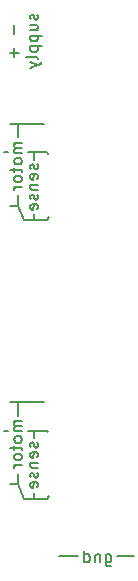
<source format=gbo>
G04 #@! TF.GenerationSoftware,KiCad,Pcbnew,(6.0.2)*
G04 #@! TF.CreationDate,2023-01-29T12:52:02-08:00*
G04 #@! TF.ProjectId,ripplecounter,72697070-6c65-4636-9f75-6e7465722e6b,rev?*
G04 #@! TF.SameCoordinates,Original*
G04 #@! TF.FileFunction,Legend,Bot*
G04 #@! TF.FilePolarity,Positive*
%FSLAX46Y46*%
G04 Gerber Fmt 4.6, Leading zero omitted, Abs format (unit mm)*
G04 Created by KiCad (PCBNEW (6.0.2)) date 2023-01-29 12:52:02*
%MOMM*%
%LPD*%
G01*
G04 APERTURE LIST*
%ADD10C,0.150000*%
%ADD11C,1.500000*%
%ADD12R,2.410000X3.100000*%
%ADD13C,2.000000*%
%ADD14R,1.600000X1.600000*%
%ADD15C,1.600000*%
%ADD16C,2.200000*%
%ADD17O,1.700000X1.700000*%
%ADD18R,1.700000X1.700000*%
%ADD19O,1.800000X1.800000*%
%ADD20O,1.500000X1.500000*%
%ADD21R,2.400000X2.400000*%
%ADD22C,2.400000*%
G04 APERTURE END LIST*
D10*
X59250000Y-103550000D02*
X60850000Y-103550000D01*
X65600000Y-103550000D02*
X64150000Y-103550000D01*
X63195119Y-103385714D02*
X63195119Y-104195238D01*
X63242738Y-104290476D01*
X63290357Y-104338095D01*
X63385595Y-104385714D01*
X63528452Y-104385714D01*
X63623690Y-104338095D01*
X63195119Y-104004761D02*
X63290357Y-104052380D01*
X63480833Y-104052380D01*
X63576071Y-104004761D01*
X63623690Y-103957142D01*
X63671309Y-103861904D01*
X63671309Y-103576190D01*
X63623690Y-103480952D01*
X63576071Y-103433333D01*
X63480833Y-103385714D01*
X63290357Y-103385714D01*
X63195119Y-103433333D01*
X62718928Y-103385714D02*
X62718928Y-104052380D01*
X62718928Y-103480952D02*
X62671309Y-103433333D01*
X62576071Y-103385714D01*
X62433214Y-103385714D01*
X62337976Y-103433333D01*
X62290357Y-103528571D01*
X62290357Y-104052380D01*
X61385595Y-104052380D02*
X61385595Y-103052380D01*
X61385595Y-104004761D02*
X61480833Y-104052380D01*
X61671309Y-104052380D01*
X61766547Y-104004761D01*
X61814166Y-103957142D01*
X61861785Y-103861904D01*
X61861785Y-103576190D01*
X61814166Y-103480952D01*
X61766547Y-103433333D01*
X61671309Y-103385714D01*
X61480833Y-103385714D01*
X61385595Y-103433333D01*
X55800000Y-73850000D02*
X55100000Y-73850000D01*
X57150000Y-74600000D02*
X57150000Y-75050000D01*
X57150000Y-69950000D02*
X57150000Y-69300000D01*
X58200000Y-75050000D02*
X58400000Y-74850000D01*
X58200000Y-69300000D02*
X58350000Y-69450000D01*
X55800000Y-72950000D02*
X55800000Y-73850000D01*
X55800000Y-68050000D02*
X55800000Y-66900000D01*
X57150000Y-75050000D02*
X58200000Y-75050000D01*
X55800000Y-66900000D02*
X55100000Y-66900000D01*
X57150000Y-69300000D02*
X58200000Y-69300000D01*
X57150000Y-69300000D02*
X56650000Y-69300000D01*
X54600000Y-69300000D02*
X54950000Y-69300000D01*
X55800000Y-66900000D02*
X57950000Y-66900000D01*
X57200000Y-75050000D02*
X56250000Y-75050000D01*
X56250000Y-75050000D02*
X55800000Y-73850000D01*
X54600000Y-92900000D02*
X54950000Y-92900000D01*
X57150000Y-92900000D02*
X56650000Y-92900000D01*
X56250000Y-98650000D02*
X55800000Y-97450000D01*
X57200000Y-98650000D02*
X56250000Y-98650000D01*
X55800000Y-90500000D02*
X57950000Y-90500000D01*
X58200000Y-98650000D02*
X58400000Y-98450000D01*
X57150000Y-92900000D02*
X58200000Y-92900000D01*
X58200000Y-92900000D02*
X58350000Y-93050000D01*
X57150000Y-98650000D02*
X58200000Y-98650000D01*
X56102380Y-92107261D02*
X55435714Y-92107261D01*
X55530952Y-92107261D02*
X55483333Y-92154880D01*
X55435714Y-92250119D01*
X55435714Y-92392976D01*
X55483333Y-92488214D01*
X55578571Y-92535833D01*
X56102380Y-92535833D01*
X55578571Y-92535833D02*
X55483333Y-92583452D01*
X55435714Y-92678690D01*
X55435714Y-92821547D01*
X55483333Y-92916785D01*
X55578571Y-92964404D01*
X56102380Y-92964404D01*
X56102380Y-93583452D02*
X56054761Y-93488214D01*
X56007142Y-93440595D01*
X55911904Y-93392976D01*
X55626190Y-93392976D01*
X55530952Y-93440595D01*
X55483333Y-93488214D01*
X55435714Y-93583452D01*
X55435714Y-93726309D01*
X55483333Y-93821547D01*
X55530952Y-93869166D01*
X55626190Y-93916785D01*
X55911904Y-93916785D01*
X56007142Y-93869166D01*
X56054761Y-93821547D01*
X56102380Y-93726309D01*
X56102380Y-93583452D01*
X55435714Y-94202500D02*
X55435714Y-94583452D01*
X55102380Y-94345357D02*
X55959523Y-94345357D01*
X56054761Y-94392976D01*
X56102380Y-94488214D01*
X56102380Y-94583452D01*
X56102380Y-95059642D02*
X56054761Y-94964404D01*
X56007142Y-94916785D01*
X55911904Y-94869166D01*
X55626190Y-94869166D01*
X55530952Y-94916785D01*
X55483333Y-94964404D01*
X55435714Y-95059642D01*
X55435714Y-95202500D01*
X55483333Y-95297738D01*
X55530952Y-95345357D01*
X55626190Y-95392976D01*
X55911904Y-95392976D01*
X56007142Y-95345357D01*
X56054761Y-95297738D01*
X56102380Y-95202500D01*
X56102380Y-95059642D01*
X56102380Y-95821547D02*
X55435714Y-95821547D01*
X55626190Y-95821547D02*
X55530952Y-95869166D01*
X55483333Y-95916785D01*
X55435714Y-96012023D01*
X55435714Y-96107261D01*
X55800000Y-96550000D02*
X55800000Y-97450000D01*
X55800000Y-90500000D02*
X55100000Y-90500000D01*
X55800000Y-91650000D02*
X55800000Y-90500000D01*
X57150000Y-93550000D02*
X57150000Y-92900000D01*
X57150000Y-98200000D02*
X57150000Y-98650000D01*
X55800000Y-97450000D02*
X55100000Y-97450000D01*
X57404761Y-93904880D02*
X57452380Y-94000119D01*
X57452380Y-94190595D01*
X57404761Y-94285833D01*
X57309523Y-94333452D01*
X57261904Y-94333452D01*
X57166666Y-94285833D01*
X57119047Y-94190595D01*
X57119047Y-94047738D01*
X57071428Y-93952500D01*
X56976190Y-93904880D01*
X56928571Y-93904880D01*
X56833333Y-93952500D01*
X56785714Y-94047738D01*
X56785714Y-94190595D01*
X56833333Y-94285833D01*
X57404761Y-95142976D02*
X57452380Y-95047738D01*
X57452380Y-94857261D01*
X57404761Y-94762023D01*
X57309523Y-94714404D01*
X56928571Y-94714404D01*
X56833333Y-94762023D01*
X56785714Y-94857261D01*
X56785714Y-95047738D01*
X56833333Y-95142976D01*
X56928571Y-95190595D01*
X57023809Y-95190595D01*
X57119047Y-94714404D01*
X56785714Y-95619166D02*
X57452380Y-95619166D01*
X56880952Y-95619166D02*
X56833333Y-95666785D01*
X56785714Y-95762023D01*
X56785714Y-95904880D01*
X56833333Y-96000119D01*
X56928571Y-96047738D01*
X57452380Y-96047738D01*
X57404761Y-96476309D02*
X57452380Y-96571547D01*
X57452380Y-96762023D01*
X57404761Y-96857261D01*
X57309523Y-96904880D01*
X57261904Y-96904880D01*
X57166666Y-96857261D01*
X57119047Y-96762023D01*
X57119047Y-96619166D01*
X57071428Y-96523928D01*
X56976190Y-96476309D01*
X56928571Y-96476309D01*
X56833333Y-96523928D01*
X56785714Y-96619166D01*
X56785714Y-96762023D01*
X56833333Y-96857261D01*
X57404761Y-97714404D02*
X57452380Y-97619166D01*
X57452380Y-97428690D01*
X57404761Y-97333452D01*
X57309523Y-97285833D01*
X56928571Y-97285833D01*
X56833333Y-97333452D01*
X56785714Y-97428690D01*
X56785714Y-97619166D01*
X56833333Y-97714404D01*
X56928571Y-97762023D01*
X57023809Y-97762023D01*
X57119047Y-97285833D01*
X57404761Y-70354880D02*
X57452380Y-70450119D01*
X57452380Y-70640595D01*
X57404761Y-70735833D01*
X57309523Y-70783452D01*
X57261904Y-70783452D01*
X57166666Y-70735833D01*
X57119047Y-70640595D01*
X57119047Y-70497738D01*
X57071428Y-70402500D01*
X56976190Y-70354880D01*
X56928571Y-70354880D01*
X56833333Y-70402500D01*
X56785714Y-70497738D01*
X56785714Y-70640595D01*
X56833333Y-70735833D01*
X57404761Y-71592976D02*
X57452380Y-71497738D01*
X57452380Y-71307261D01*
X57404761Y-71212023D01*
X57309523Y-71164404D01*
X56928571Y-71164404D01*
X56833333Y-71212023D01*
X56785714Y-71307261D01*
X56785714Y-71497738D01*
X56833333Y-71592976D01*
X56928571Y-71640595D01*
X57023809Y-71640595D01*
X57119047Y-71164404D01*
X56785714Y-72069166D02*
X57452380Y-72069166D01*
X56880952Y-72069166D02*
X56833333Y-72116785D01*
X56785714Y-72212023D01*
X56785714Y-72354880D01*
X56833333Y-72450119D01*
X56928571Y-72497738D01*
X57452380Y-72497738D01*
X57404761Y-72926309D02*
X57452380Y-73021547D01*
X57452380Y-73212023D01*
X57404761Y-73307261D01*
X57309523Y-73354880D01*
X57261904Y-73354880D01*
X57166666Y-73307261D01*
X57119047Y-73212023D01*
X57119047Y-73069166D01*
X57071428Y-72973928D01*
X56976190Y-72926309D01*
X56928571Y-72926309D01*
X56833333Y-72973928D01*
X56785714Y-73069166D01*
X56785714Y-73212023D01*
X56833333Y-73307261D01*
X57404761Y-74164404D02*
X57452380Y-74069166D01*
X57452380Y-73878690D01*
X57404761Y-73783452D01*
X57309523Y-73735833D01*
X56928571Y-73735833D01*
X56833333Y-73783452D01*
X56785714Y-73878690D01*
X56785714Y-74069166D01*
X56833333Y-74164404D01*
X56928571Y-74212023D01*
X57023809Y-74212023D01*
X57119047Y-73735833D01*
X56102380Y-68557261D02*
X55435714Y-68557261D01*
X55530952Y-68557261D02*
X55483333Y-68604880D01*
X55435714Y-68700119D01*
X55435714Y-68842976D01*
X55483333Y-68938214D01*
X55578571Y-68985833D01*
X56102380Y-68985833D01*
X55578571Y-68985833D02*
X55483333Y-69033452D01*
X55435714Y-69128690D01*
X55435714Y-69271547D01*
X55483333Y-69366785D01*
X55578571Y-69414404D01*
X56102380Y-69414404D01*
X56102380Y-70033452D02*
X56054761Y-69938214D01*
X56007142Y-69890595D01*
X55911904Y-69842976D01*
X55626190Y-69842976D01*
X55530952Y-69890595D01*
X55483333Y-69938214D01*
X55435714Y-70033452D01*
X55435714Y-70176309D01*
X55483333Y-70271547D01*
X55530952Y-70319166D01*
X55626190Y-70366785D01*
X55911904Y-70366785D01*
X56007142Y-70319166D01*
X56054761Y-70271547D01*
X56102380Y-70176309D01*
X56102380Y-70033452D01*
X55435714Y-70652500D02*
X55435714Y-71033452D01*
X55102380Y-70795357D02*
X55959523Y-70795357D01*
X56054761Y-70842976D01*
X56102380Y-70938214D01*
X56102380Y-71033452D01*
X56102380Y-71509642D02*
X56054761Y-71414404D01*
X56007142Y-71366785D01*
X55911904Y-71319166D01*
X55626190Y-71319166D01*
X55530952Y-71366785D01*
X55483333Y-71414404D01*
X55435714Y-71509642D01*
X55435714Y-71652500D01*
X55483333Y-71747738D01*
X55530952Y-71795357D01*
X55626190Y-71842976D01*
X55911904Y-71842976D01*
X56007142Y-71795357D01*
X56054761Y-71747738D01*
X56102380Y-71652500D01*
X56102380Y-71509642D01*
X56102380Y-72271547D02*
X55435714Y-72271547D01*
X55626190Y-72271547D02*
X55530952Y-72319166D01*
X55483333Y-72366785D01*
X55435714Y-72462023D01*
X55435714Y-72557261D01*
X55466428Y-58519047D02*
X55466428Y-59280952D01*
X55466428Y-60519047D02*
X55466428Y-61280952D01*
X55847380Y-60900000D02*
X55085476Y-60900000D01*
X57409761Y-57685714D02*
X57457380Y-57780952D01*
X57457380Y-57971428D01*
X57409761Y-58066666D01*
X57314523Y-58114285D01*
X57266904Y-58114285D01*
X57171666Y-58066666D01*
X57124047Y-57971428D01*
X57124047Y-57828571D01*
X57076428Y-57733333D01*
X56981190Y-57685714D01*
X56933571Y-57685714D01*
X56838333Y-57733333D01*
X56790714Y-57828571D01*
X56790714Y-57971428D01*
X56838333Y-58066666D01*
X56790714Y-58971428D02*
X57457380Y-58971428D01*
X56790714Y-58542857D02*
X57314523Y-58542857D01*
X57409761Y-58590476D01*
X57457380Y-58685714D01*
X57457380Y-58828571D01*
X57409761Y-58923809D01*
X57362142Y-58971428D01*
X56790714Y-59447619D02*
X57790714Y-59447619D01*
X56838333Y-59447619D02*
X56790714Y-59542857D01*
X56790714Y-59733333D01*
X56838333Y-59828571D01*
X56885952Y-59876190D01*
X56981190Y-59923809D01*
X57266904Y-59923809D01*
X57362142Y-59876190D01*
X57409761Y-59828571D01*
X57457380Y-59733333D01*
X57457380Y-59542857D01*
X57409761Y-59447619D01*
X56790714Y-60352380D02*
X57790714Y-60352380D01*
X56838333Y-60352380D02*
X56790714Y-60447619D01*
X56790714Y-60638095D01*
X56838333Y-60733333D01*
X56885952Y-60780952D01*
X56981190Y-60828571D01*
X57266904Y-60828571D01*
X57362142Y-60780952D01*
X57409761Y-60733333D01*
X57457380Y-60638095D01*
X57457380Y-60447619D01*
X57409761Y-60352380D01*
X57457380Y-61400000D02*
X57409761Y-61304761D01*
X57314523Y-61257142D01*
X56457380Y-61257142D01*
X56790714Y-61685714D02*
X57457380Y-61923809D01*
X56790714Y-62161904D02*
X57457380Y-61923809D01*
X57695476Y-61828571D01*
X57743095Y-61780952D01*
X57790714Y-61685714D01*
%LPC*%
D11*
X69765000Y-91385000D03*
D12*
X69765000Y-90635000D03*
D11*
X69765000Y-89885000D03*
X69765000Y-67785000D03*
D12*
X69765000Y-67035000D03*
D11*
X69765000Y-66285000D03*
D13*
X59215000Y-61550000D03*
D14*
X65300000Y-83596250D03*
D15*
X65300000Y-80096250D03*
D13*
X59215000Y-90500000D03*
X57950000Y-103600000D03*
X59215000Y-73900000D03*
D14*
X65300000Y-59996250D03*
D15*
X65300000Y-56496250D03*
D16*
X129000000Y-53000000D03*
D17*
X111160000Y-56125000D03*
D18*
X113700000Y-56125000D03*
D17*
X116240000Y-56125000D03*
X104810000Y-104155000D03*
X104810000Y-101615000D03*
D18*
X104810000Y-99075000D03*
D17*
X104810000Y-96535000D03*
X104810000Y-93995000D03*
X104810000Y-91455000D03*
X104810000Y-88915000D03*
D18*
X104810000Y-86375000D03*
D17*
X104810000Y-83835000D03*
X104810000Y-81295000D03*
X104810000Y-78755000D03*
X104810000Y-76215000D03*
D18*
X104810000Y-73675000D03*
D17*
X104810000Y-71135000D03*
X104810000Y-68595000D03*
X104810000Y-66055000D03*
X104810000Y-63515000D03*
D18*
X104810000Y-60975000D03*
D17*
X104810000Y-58435000D03*
X104810000Y-55895000D03*
X122590000Y-55895000D03*
X122590000Y-58435000D03*
D18*
X122590000Y-60975000D03*
D17*
X122590000Y-63515000D03*
X122590000Y-66055000D03*
X122590000Y-68595000D03*
X122590000Y-71135000D03*
D18*
X122590000Y-73675000D03*
D17*
X122590000Y-76215000D03*
X122590000Y-78755000D03*
X122590000Y-81295000D03*
X122590000Y-83835000D03*
D18*
X122590000Y-86375000D03*
D17*
X122590000Y-88915000D03*
X122590000Y-91455000D03*
X122590000Y-93995000D03*
X122590000Y-96535000D03*
D18*
X122590000Y-99075000D03*
D17*
X122590000Y-101615000D03*
X122590000Y-104155000D03*
D19*
X110975000Y-104025000D03*
X116425000Y-104025000D03*
D20*
X111275000Y-100995000D03*
X116125000Y-100995000D03*
D16*
X129000000Y-103000000D03*
D21*
X53615000Y-58050000D03*
D22*
X53615000Y-61550000D03*
D16*
X53000000Y-103000000D03*
D13*
X59215000Y-58050000D03*
X59215000Y-66900000D03*
X66850000Y-103600000D03*
D16*
X53000000Y-53000000D03*
D21*
X53615000Y-90500000D03*
D22*
X53615000Y-94000000D03*
X53615000Y-97500000D03*
D13*
X59215000Y-70400000D03*
X59215000Y-97500000D03*
D21*
X53615000Y-66900000D03*
D22*
X53615000Y-70400000D03*
X53615000Y-73900000D03*
D13*
X59215000Y-94000000D03*
M02*

</source>
